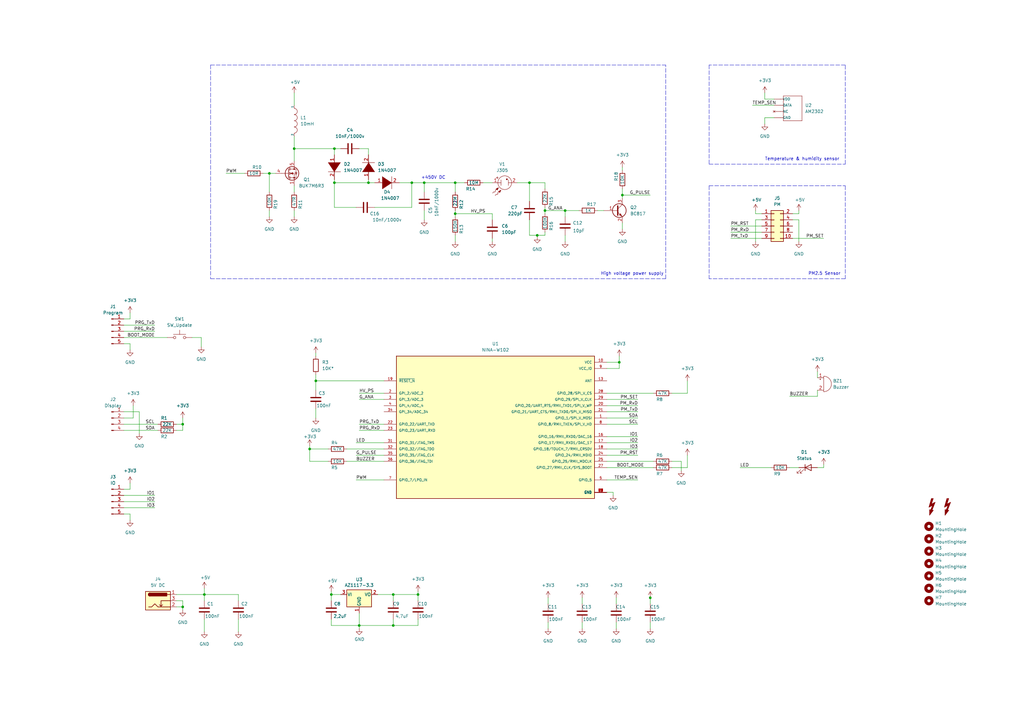
<source format=kicad_sch>
(kicad_sch (version 20211123) (generator eeschema)
  (paper "A3")
  (lib_symbols
    (symbol "AM:TEM-HUM-AM2302(4P-25.0X15.0MM)" (pin_numbers hide) (pin_names (offset 1.016))
      (property "Reference" "U" (at -3.81 5.08 0))
      (property "Value" "TEM-HUM-AM2302(4P-25.0X15.0MM)" (at -3.81 -6.35 0))
      (symbol "TEM-HUM-AM2302(4P-25.0X15.0MM)_0_0"
        (pin output line (at 7.62 3.81 180) (length 2.54) (name "VDD") (number "P$1"))
        (pin bidirectional line (at 7.62 1.27 180) (length 2.54) (name "DATA") (number "P$2"))
        (pin no_connect line (at 7.62 -1.27 180) (length 2.54) (name "NC") (number "P$3"))
        (pin output line (at 7.62 -3.81 180) (length 2.54) (name "GND") (number "P$4"))
      )
    )
    (symbol "Connector:Barrel_Jack_Switch" (pin_names hide)
      (property "Reference" "J" (at 0 5.334 0))
      (property "Value" "Barrel_Jack_Switch" (at 0 -5.08 0))
      (symbol "Barrel_Jack_Switch_1_1"
        (pin passive line (at 7.62 2.54 180) (length 2.54) (name "~") (number "1"))
        (pin passive line (at 7.62 -2.54 180) (length 2.54) (name "~") (number "2"))
        (pin passive line (at 7.62 0 180) (length 2.54) (name "~") (number "3"))
      )
    )
    (symbol "Connector:Conn_01x04_Male" (pin_names (offset 1.016) hide)
      (property "Reference" "J" (at 0 5.08 0))
      (property "Value" "Conn_01x04_Male" (at 0 -7.62 0))
      (symbol "Conn_01x04_Male_1_1"
        (pin passive line (at 5.08 2.54 180) (length 3.81) (name "Pin_1") (number "1"))
        (pin passive line (at 5.08 0 180) (length 3.81) (name "Pin_2") (number "2"))
        (pin passive line (at 5.08 -2.54 180) (length 3.81) (name "Pin_3") (number "3"))
        (pin passive line (at 5.08 -5.08 180) (length 3.81) (name "Pin_4") (number "4"))
      )
    )
    (symbol "Connector:Conn_01x05_Male" (pin_names (offset 1.016) hide)
      (property "Reference" "J" (at 0 7.62 0))
      (property "Value" "Conn_01x05_Male" (at 0 -7.62 0))
      (symbol "Conn_01x05_Male_1_1"
        (pin passive line (at 5.08 5.08 180) (length 3.81) (name "Pin_1") (number "1"))
        (pin passive line (at 5.08 2.54 180) (length 3.81) (name "Pin_2") (number "2"))
        (pin passive line (at 5.08 0 180) (length 3.81) (name "Pin_3") (number "3"))
        (pin passive line (at 5.08 -2.54 180) (length 3.81) (name "Pin_4") (number "4"))
        (pin passive line (at 5.08 -5.08 180) (length 3.81) (name "Pin_5") (number "5"))
      )
    )
    (symbol "Connector_Generic:Conn_02x05_Odd_Even" (pin_names (offset 1.016) hide)
      (property "Reference" "J" (at 1.27 7.62 0))
      (property "Value" "Conn_02x05_Odd_Even" (at 1.27 -7.62 0))
      (symbol "Conn_02x05_Odd_Even_1_1"
        (pin passive line (at -5.08 5.08 0) (length 3.81) (name "Pin_1") (number "1"))
        (pin passive line (at 7.62 -5.08 180) (length 3.81) (name "Pin_10") (number "10"))
        (pin passive line (at 7.62 5.08 180) (length 3.81) (name "Pin_2") (number "2"))
        (pin passive line (at -5.08 2.54 0) (length 3.81) (name "Pin_3") (number "3"))
        (pin passive line (at 7.62 2.54 180) (length 3.81) (name "Pin_4") (number "4"))
        (pin passive line (at -5.08 0 0) (length 3.81) (name "Pin_5") (number "5"))
        (pin passive line (at 7.62 0 180) (length 3.81) (name "Pin_6") (number "6"))
        (pin passive line (at -5.08 -2.54 0) (length 3.81) (name "Pin_7") (number "7"))
        (pin passive line (at 7.62 -2.54 180) (length 3.81) (name "Pin_8") (number "8"))
        (pin passive line (at -5.08 -5.08 0) (length 3.81) (name "Pin_9") (number "9"))
      )
    )
    (symbol "Device:Buzzer" (pin_names (offset 0.0254) hide)
      (property "Reference" "BZ" (at 3.81 1.27 0))
      (property "Value" "Buzzer" (at 3.81 -1.27 0))
      (symbol "Buzzer_1_1"
        (pin passive line (at -2.54 2.54 0) (length 2.54) (name "-") (number "1"))
        (pin passive line (at -2.54 -2.54 0) (length 2.54) (name "+") (number "2"))
      )
    )
    (symbol "Device:C" (pin_numbers hide) (pin_names (offset 0.254))
      (property "Reference" "C" (at 0.635 2.54 0))
      (property "Value" "C" (at 0.635 -2.54 0))
      (symbol "C_1_1"
        (pin passive line (at 0 3.81 270) (length 2.794) (name "~") (number "1"))
        (pin passive line (at 0 -3.81 90) (length 2.794) (name "~") (number "2"))
      )
    )
    (symbol "Device:LED" (pin_numbers hide) (pin_names (offset 1.016) hide)
      (property "Reference" "D" (at 0 2.54 0))
      (property "Value" "LED" (at 0 -2.54 0))
      (symbol "LED_1_1"
        (pin passive line (at -3.81 0 0) (length 2.54) (name "K") (number "1"))
        (pin passive line (at 3.81 0 180) (length 2.54) (name "A") (number "2"))
      )
    )
    (symbol "Device:R" (pin_numbers hide) (pin_names (offset 0))
      (property "Reference" "R" (at 2.032 0 90))
      (property "Value" "R" (at 0 0 90))
      (symbol "R_1_1"
        (pin passive line (at 0 3.81 270) (length 1.27) (name "~") (number "1"))
        (pin passive line (at 0 -3.81 90) (length 1.27) (name "~") (number "2"))
      )
    )
    (symbol "Graphic:SYM_Flash_Small" (pin_names (offset 1.016)))
    (symbol "Mechanical:MountingHole" (pin_names (offset 1.016))
      (property "Reference" "H" (at 0 5.08 0))
      (property "Value" "MountingHole" (at 0 3.175 0))
    )
    (symbol "NINA:NINA-W102" (pin_names (offset 1.016))
      (property "Reference" "U" (at -40.64 28.702 0))
      (property "Value" "NINA-W102" (at -40.64 -33.02 0))
      (symbol "NINA-W102_0_0"
        (pin bidirectional line (at 45.72 2.54 180) (length 5.08) (name "GPIO_1/SPI_V_MOSI") (number "1"))
        (pin power_in line (at 45.72 25.4 180) (length 5.08) (name "VCC") (number "10"))
        (pin power_in line (at 45.72 -27.94 180) (length 5.08) (name "GND") (number "12"))
        (pin bidirectional line (at 45.72 17.78 180) (length 5.08) (name "ANT") (number "13"))
        (pin power_in line (at 45.72 -27.94 180) (length 5.08) (name "GND") (number "14"))
        (pin bidirectional line (at 45.72 -5.08 180) (length 5.08) (name "GPIO_16/RMII_RXD0/DAC_16") (number "16"))
        (pin bidirectional line (at 45.72 -7.62 180) (length 5.08) (name "GPIO_17/RMII_RXD1/DAC_17") (number "17"))
        (pin bidirectional line (at 45.72 -10.16 180) (length 5.08) (name "GPIO_18/TOUCH_7/RMII_CRSDV") (number "18"))
        (pin input line (at -45.72 17.78 0) (length 5.08) (name "~{RESET_N}") (number "19"))
        (pin input line (at -45.72 12.7 0) (length 5.08) (name "GPI_2/ADC_2") (number "2"))
        (pin bidirectional line (at 45.72 7.62 180) (length 5.08) (name "GPIO_20/UART_RTS/RMII_TXD1/SPI_V_WP") (number "20"))
        (pin bidirectional line (at 45.72 5.08 180) (length 5.08) (name "GPIO_21/UART_CTS/RMII_TXD0/SPI_V_MISO") (number "21"))
        (pin bidirectional line (at -45.72 0 0) (length 5.08) (name "GPIO_22/UART_TXD") (number "22"))
        (pin bidirectional line (at -45.72 -2.54 0) (length 5.08) (name "GPIO_23/UART_RXD") (number "23"))
        (pin bidirectional line (at 45.72 -12.7 180) (length 5.08) (name "GPIO_24/RMII_MDIO") (number "24"))
        (pin bidirectional line (at 45.72 -15.24 180) (length 5.08) (name "GPIO_25/RMII_MDCLK") (number "25"))
        (pin power_in line (at 45.72 -27.94 180) (length 5.08) (name "GND") (number "26"))
        (pin bidirectional line (at 45.72 -17.78 180) (length 5.08) (name "GPIO_27/RMII_CLK/SYS_BOOT") (number "27"))
        (pin bidirectional line (at 45.72 12.7 180) (length 5.08) (name "GPIO_28/SPI_V_CS") (number "28"))
        (pin bidirectional line (at 45.72 10.16 180) (length 5.08) (name "GPIO_29/SPI_V_CLK") (number "29"))
        (pin input line (at -45.72 10.16 0) (length 5.08) (name "GPI_3/ADC_3") (number "3"))
        (pin power_in line (at 45.72 -27.94 180) (length 5.08) (name "GND") (number "30"))
        (pin bidirectional line (at -45.72 -7.62 0) (length 5.08) (name "GPIO_31/JTAG_TMS") (number "31"))
        (pin bidirectional line (at -45.72 -10.16 0) (length 5.08) (name "GPIO_32/JTAG_TDO") (number "32"))
        (pin input line (at -45.72 5.08 0) (length 5.08) (name "GPI_34/ADC_34") (number "34"))
        (pin bidirectional line (at -45.72 -12.7 0) (length 5.08) (name "GPIO_35/JTAG_CLK") (number "35"))
        (pin bidirectional line (at -45.72 -15.24 0) (length 5.08) (name "GPIO_36/JTAG_TDI") (number "36"))
        (pin power_in line (at 45.72 -27.94 180) (length 5.08) (name "GND") (number "37"))
        (pin power_in line (at 45.72 -27.94 180) (length 5.08) (name "GND") (number "38"))
        (pin power_in line (at 45.72 -27.94 180) (length 5.08) (name "GND") (number "39"))
        (pin input line (at -45.72 7.62 0) (length 5.08) (name "GPI_4/ADC_4") (number "4"))
        (pin power_in line (at 45.72 -27.94 180) (length 5.08) (name "GND") (number "40"))
        (pin power_in line (at 45.72 -27.94 180) (length 5.08) (name "GND") (number "41"))
        (pin power_in line (at 45.72 -27.94 180) (length 5.08) (name "GND") (number "42"))
        (pin power_in line (at 45.72 -27.94 180) (length 5.08) (name "GND") (number "43"))
        (pin power_in line (at 45.72 -27.94 180) (length 5.08) (name "GND") (number "44"))
        (pin power_in line (at 45.72 -27.94 180) (length 5.08) (name "GND") (number "45"))
        (pin power_in line (at 45.72 -27.94 180) (length 5.08) (name "GND") (number "46"))
        (pin power_in line (at 45.72 -27.94 180) (length 5.08) (name "GND") (number "47"))
        (pin power_in line (at 45.72 -27.94 180) (length 5.08) (name "GND") (number "48"))
        (pin bidirectional line (at 45.72 -22.86 180) (length 5.08) (name "GPIO_5") (number "5"))
        (pin power_in line (at 45.72 -27.94 180) (length 5.08) (name "GND") (number "6"))
        (pin bidirectional line (at -45.72 -22.86 0) (length 5.08) (name "GPIO_7/LPO_IN") (number "7"))
        (pin bidirectional line (at 45.72 0 180) (length 5.08) (name "GPIO_8/RMII_TXEN/SPI_V_HD") (number "8"))
        (pin power_in line (at 45.72 22.86 180) (length 5.08) (name "VCC_IO") (number "9"))
      )
    )
    (symbol "Regulator_Linear:AZ1117-3.3" (pin_names (offset 0.254))
      (property "Reference" "U" (at -3.81 3.175 0))
      (property "Value" "AZ1117-3.3" (at 0 3.175 0))
      (symbol "AZ1117-3.3_1_1"
        (pin power_in line (at 0 -7.62 90) (length 2.54) (name "GND") (number "1"))
        (pin power_out line (at 7.62 0 180) (length 2.54) (name "VO") (number "2"))
        (pin power_in line (at -7.62 0 0) (length 2.54) (name "VI") (number "3"))
      )
    )
    (symbol "Sensor:Nuclear-Radiation_Detector" (pin_names (offset 0) hide)
      (property "Reference" "V" (at 5.08 1.27 0))
      (property "Value" "Nuclear-Radiation_Detector" (at 5.08 -1.27 0))
      (symbol "Nuclear-Radiation_Detector_0_0"
        (text "+" (at 2.032 3.175 0) (effects (font (size 1.27 1.27))))
      )
      (symbol "Nuclear-Radiation_Detector_1_1"
        (pin passive line (at 0 5.08 270) (length 2.54) (name "1") (number "1"))
        (pin passive line (at 0 -5.08 90) (length 2.54) (name "2") (number "2"))
      )
    )
    (symbol "Switch:SW_Push" (pin_numbers hide) (pin_names (offset 1.016) hide)
      (property "Reference" "SW" (at 1.27 2.54 0))
      (property "Value" "SW_Push" (at 0 -1.524 0))
      (symbol "SW_Push_0_1"
        (pin passive line (at -5.08 0 0) (length 2.54) (name "1") (number "1"))
        (pin passive line (at 5.08 0 180) (length 2.54) (name "2") (number "2"))
      )
    )
    (symbol "Transistor_BJT:BC817" (pin_names (offset 0) hide)
      (property "Reference" "Q" (at 5.08 1.905 0))
      (property "Value" "BC817" (at 5.08 0 0))
      (symbol "BC817_1_1"
        (pin input line (at -5.08 0 0) (length 5.715) (name "B") (number "1"))
        (pin passive line (at 2.54 -5.08 90) (length 2.54) (name "E") (number "2"))
        (pin passive line (at 2.54 5.08 270) (length 2.54) (name "C") (number "3"))
      )
    )
    (symbol "Transistor_FET:BUK7M6R3-40EX" (pin_names hide)
      (property "Reference" "Q" (at 5.08 1.905 0))
      (property "Value" "BUK7M6R3-40EX" (at 5.08 0 0))
      (symbol "BUK7M6R3-40EX_1_1"
        (pin passive line (at 2.54 -5.08 90) (length 2.54) (name "S") (number "1"))
        (pin passive line (at 2.54 -5.08 90) (length 2.54) hide (name "S") (number "2"))
        (pin passive line (at 2.54 -5.08 90) (length 2.54) hide (name "S") (number "3"))
        (pin passive line (at -5.08 0 0) (length 2.54) (name "G") (number "4"))
        (pin passive line (at 2.54 5.08 270) (length 2.54) (name "D") (number "5"))
      )
    )
    (symbol "power:+3.3V" (power) (pin_names (offset 0))
      (property "Value" "+3.3V" (at 0 3.556 0))
      (symbol "+3.3V_1_1"
        (pin power_in line (at 0 0 90) (length 0) hide (name "+3V3") (number "1"))
      )
    )
    (symbol "power:+5V" (power) (pin_names (offset 0))
      (property "Value" "+5V" (at 0 3.556 0))
      (symbol "+5V_1_1"
        (pin power_in line (at 0 0 90) (length 0) hide (name "+5V") (number "1"))
      )
    )
    (symbol "power:GND" (power) (pin_names (offset 0))
      (property "Value" "GND" (at 0 -3.81 0))
      (symbol "GND_1_1"
        (pin power_in line (at 0 0 270) (length 0) hide (name "GND") (number "1"))
      )
    )
    (symbol "pspice:DIODE" (pin_names (offset 1.016) hide)
      (property "Reference" "D" (at 0 3.81 0))
      (property "Value" "DIODE" (at 0 -4.445 0))
      (symbol "DIODE_1_1"
        (pin input line (at -5.08 0 0) (length 3.81) (name "K") (number "1"))
        (pin input line (at 5.08 0 180) (length 3.81) (name "A") (number "2"))
      )
    )
    (symbol "pspice:INDUCTOR" (pin_numbers hide) (pin_names (offset 0))
      (property "Reference" "L" (at 0 2.54 0))
      (property "Value" "INDUCTOR" (at 0 -1.27 0))
      (symbol "INDUCTOR_1_1"
        (pin input line (at -6.35 0 0) (length 1.27) (name "1") (number "1"))
        (pin input line (at 6.35 0 180) (length 1.27) (name "2") (number "2"))
      )
    )
  )
  (junction (at 186.69 87.63))
  (junction (at 161.29 243.84))
  (junction (at 255.27 80.01))
  (junction (at 83.82 243.84))
  (junction (at 137.16 60.96))
  (junction (at 161.29 256.54))
  (junction (at 127 184.15))
  (junction (at 217.17 74.93))
  (junction (at 74.93 173.99))
  (junction (at 135.89 243.84))
  (junction (at 110.49 71.12))
  (junction (at 254 148.59))
  (junction (at 266.7 245.1741))
  (junction (at 129.54 156.21))
  (junction (at 137.16 74.93))
  (junction (at 186.69 74.93))
  (junction (at 147.32 256.54))
  (junction (at 231.775 86.36))
  (junction (at 220.345 96.52))
  (junction (at 168.91 74.93))
  (junction (at 173.99 74.93))
  (junction (at 151.13 74.93))
  (junction (at 74.93 248.92))
  (junction (at 171.45 243.84))
  (junction (at 223.52 86.36))
  (junction (at 120.65 60.96))
  (wire (pts (xy 173.99 74.93) (xy 186.69 74.93)))
  (wire (pts (xy 171.45 256.54) (xy 171.45 254)))
  (wire (pts (xy 223.52 74.93) (xy 223.52 77.47)))
  (wire (pts (xy 323.85 162.56) (xy 335.28 162.56)))
  (wire (pts (xy 129.54 144.78) (xy 129.54 146.05)))
  (wire (pts (xy 147.32 161.29) (xy 157.48 161.29)))
  (wire (pts (xy 72.39 248.92) (xy 74.93 248.92)))
  (wire (pts (xy 171.45 242.57) (xy 171.45 243.84)))
  (wire (pts (xy 255.27 80.01) (xy 255.27 81.28)))
  (wire (pts (xy 120.65 60.96) (xy 120.65 66.04)))
  (wire (pts (xy 146.05 186.69) (xy 157.48 186.69)))
  (wire (pts (xy 142.24 184.15) (xy 157.48 184.15)))
  (wire (pts (xy 245.11 86.36) (xy 247.65 86.36)))
  (wire (pts (xy 120.65 76.2) (xy 120.65 78.74)))
  (wire (pts (xy 190.5 74.93) (xy 186.69 74.93)))
  (wire (pts (xy 72.39 246.38) (xy 74.93 246.38)))
  (wire (pts (xy 154.94 243.84) (xy 161.29 243.84)))
  (wire (pts (xy 120.65 38.1) (xy 120.65 43.18)))
  (wire (pts (xy 72.39 173.99) (xy 74.93 173.99)))
  (wire (pts (xy 281.94 156.21) (xy 281.94 161.29)))
  (wire (pts (xy 50.8 173.99) (xy 64.77 173.99)))
  (wire (pts (xy 217.17 90.17) (xy 217.17 96.52)))
  (wire (pts (xy 173.99 86.36) (xy 173.99 90.17)))
  (wire (pts (xy 135.89 254) (xy 135.89 256.54)))
  (wire (pts (xy 82.55 138.43) (xy 82.55 142.24)))
  (wire (pts (xy 223.52 85.09) (xy 223.52 86.36)))
  (wire (pts (xy 147.32 176.53) (xy 157.48 176.53)))
  (wire (pts (xy 129.54 156.21) (xy 129.54 153.67)))
  (wire (pts (xy 299.72 92.71) (xy 312.42 92.71)))
  (wire (pts (xy 129.54 156.21) (xy 129.54 160.02)))
  (wire (pts (xy 335.28 160.02) (xy 335.28 162.56)))
  (wire (pts (xy 139.7 243.84) (xy 135.89 243.84)))
  (wire (pts (xy 120.65 60.96) (xy 137.16 60.96)))
  (wire (pts (xy 171.45 243.84) (xy 171.45 246.38)))
  (wire (pts (xy 281.94 186.69) (xy 281.94 191.77)))
  (wire (pts (xy 151.13 74.93) (xy 151.13 73.66)))
  (wire (pts (xy 134.62 184.15) (xy 127 184.15)))
  (wire (pts (xy 50.8 203.2) (xy 63.5 203.2)))
  (wire (pts (xy 129.54 167.64) (xy 129.54 171.45)))
  (wire (pts (xy 248.92 151.13) (xy 254 151.13)))
  (wire (pts (xy 161.29 243.84) (xy 171.45 243.84)))
  (wire (pts (xy 275.59 189.23) (xy 279.4 189.23)))
  (wire (pts (xy 137.16 74.93) (xy 137.16 85.09)))
  (wire (pts (xy 266.7 245.11) (xy 266.7 245.1741)))
  (wire (pts (xy 231.775 96.52) (xy 231.775 99.06)))
  (wire (pts (xy 224.79 245.11) (xy 224.79 247.65)))
  (wire (pts (xy 248.92 168.91) (xy 261.62 168.91)))
  (wire (pts (xy 147.32 173.99) (xy 157.48 173.99)))
  (wire (pts (xy 161.29 243.84) (xy 161.29 246.38)))
  (wire (pts (xy 83.82 243.84) (xy 83.82 246.38)))
  (wire (pts (xy 231.775 86.36) (xy 237.49 86.36)))
  (polyline (pts (xy 346.71 26.67) (xy 290.83 26.67)))
  (wire (pts (xy 224.79 255.27) (xy 224.79 257.81)))
  (wire (pts (xy 147.32 256.54) (xy 147.32 251.46)))
  (wire (pts (xy 309.88 90.17) (xy 309.88 99.06)))
  (wire (pts (xy 335.28 191.77) (xy 337.82 191.77)))
  (wire (pts (xy 83.82 241.3) (xy 83.82 243.84)))
  (wire (pts (xy 231.775 86.36) (xy 231.775 88.9)))
  (wire (pts (xy 325.12 90.17) (xy 327.66 90.17)))
  (wire (pts (xy 248.92 184.15) (xy 261.62 184.15)))
  (wire (pts (xy 50.8 176.53) (xy 64.77 176.53)))
  (wire (pts (xy 97.79 254) (xy 97.79 259.08)))
  (wire (pts (xy 161.29 256.54) (xy 171.45 256.54)))
  (wire (pts (xy 151.13 74.93) (xy 153.67 74.93)))
  (wire (pts (xy 186.69 96.52) (xy 186.69 99.06)))
  (wire (pts (xy 238.76 245.11) (xy 238.76 247.65)))
  (wire (pts (xy 223.52 86.36) (xy 223.52 87.63)))
  (wire (pts (xy 248.92 148.59) (xy 254 148.59)))
  (wire (pts (xy 252.73 255.27) (xy 252.73 257.81)))
  (wire (pts (xy 313.69 38.1) (xy 313.69 40.64)))
  (wire (pts (xy 220.345 96.52) (xy 223.52 96.52)))
  (polyline (pts (xy 290.83 76.2) (xy 346.71 76.2)))
  (polyline (pts (xy 346.71 114.3) (xy 290.83 114.3)))
  (wire (pts (xy 255.27 68.58) (xy 255.27 69.85)))
  (wire (pts (xy 220.345 96.52) (xy 220.345 97.155)))
  (wire (pts (xy 337.82 191.77) (xy 337.82 190.5)))
  (wire (pts (xy 50.8 168.91) (xy 57.15 168.91)))
  (wire (pts (xy 50.8 200.66) (xy 53.34 200.66)))
  (wire (pts (xy 74.93 246.38) (xy 74.93 248.92)))
  (wire (pts (xy 50.8 130.81) (xy 53.34 130.81)))
  (wire (pts (xy 74.93 173.99) (xy 74.93 176.53)))
  (wire (pts (xy 151.13 60.96) (xy 151.13 63.5)))
  (wire (pts (xy 135.89 243.84) (xy 135.89 246.38)))
  (wire (pts (xy 275.59 191.77) (xy 281.94 191.77)))
  (wire (pts (xy 146.05 181.61) (xy 157.48 181.61)))
  (wire (pts (xy 74.93 171.45) (xy 74.93 173.99)))
  (wire (pts (xy 248.92 163.83) (xy 261.62 163.83)))
  (wire (pts (xy 217.17 74.93) (xy 223.52 74.93)))
  (wire (pts (xy 74.93 248.92) (xy 74.93 250.19)))
  (wire (pts (xy 313.69 48.26) (xy 313.69 50.8)))
  (wire (pts (xy 53.34 210.82) (xy 53.34 213.36)))
  (wire (pts (xy 248.92 189.23) (xy 267.97 189.23)))
  (wire (pts (xy 110.49 71.12) (xy 110.49 78.74)))
  (wire (pts (xy 186.69 74.93) (xy 186.69 78.74)))
  (wire (pts (xy 50.8 140.97) (xy 53.34 140.97)))
  (wire (pts (xy 50.8 135.89) (xy 63.5 135.89)))
  (wire (pts (xy 134.62 189.23) (xy 127 189.23)))
  (wire (pts (xy 266.7 255.27) (xy 266.7 257.81)))
  (wire (pts (xy 147.32 60.96) (xy 151.13 60.96)))
  (wire (pts (xy 50.8 210.82) (xy 53.34 210.82)))
  (wire (pts (xy 127 184.15) (xy 127 182.88)))
  (wire (pts (xy 248.92 161.29) (xy 267.97 161.29)))
  (wire (pts (xy 53.34 128.27) (xy 53.34 130.81)))
  (wire (pts (xy 323.85 191.77) (xy 327.66 191.77)))
  (wire (pts (xy 335.28 152.4) (xy 335.28 154.94)))
  (wire (pts (xy 325.12 87.63) (xy 327.66 87.63)))
  (wire (pts (xy 317.5 48.26) (xy 313.69 48.26)))
  (wire (pts (xy 313.69 40.64) (xy 317.5 40.64)))
  (wire (pts (xy 251.46 201.93) (xy 251.46 203.2)))
  (wire (pts (xy 53.34 198.12) (xy 53.34 200.66)))
  (wire (pts (xy 147.32 256.54) (xy 147.32 257.81)))
  (wire (pts (xy 147.32 256.54) (xy 161.29 256.54)))
  (wire (pts (xy 72.39 243.84) (xy 83.82 243.84)))
  (wire (pts (xy 127 184.15) (xy 127 189.23)))
  (polyline (pts (xy 346.71 76.2) (xy 346.71 114.3)))
  (wire (pts (xy 266.7 245.1741) (xy 266.7 247.65)))
  (wire (pts (xy 248.92 166.37) (xy 261.62 166.37)))
  (wire (pts (xy 97.79 243.84) (xy 97.79 246.38)))
  (wire (pts (xy 312.42 90.17) (xy 309.88 90.17)))
  (wire (pts (xy 168.91 74.93) (xy 168.91 85.09)))
  (wire (pts (xy 255.27 77.47) (xy 255.27 80.01)))
  (wire (pts (xy 147.32 163.83) (xy 157.48 163.83)))
  (polyline (pts (xy 86.36 114.3) (xy 273.05 114.3)))
  (wire (pts (xy 248.92 191.77) (xy 267.97 191.77)))
  (wire (pts (xy 83.82 254) (xy 83.82 259.08)))
  (wire (pts (xy 201.93 97.79) (xy 201.93 99.06)))
  (polyline (pts (xy 290.83 67.31) (xy 346.71 67.31)))
  (wire (pts (xy 186.69 87.63) (xy 186.69 88.9)))
  (wire (pts (xy 153.67 85.09) (xy 168.91 85.09)))
  (wire (pts (xy 212.09 74.93) (xy 217.17 74.93)))
  (wire (pts (xy 327.66 87.63) (xy 327.66 86.36)))
  (polyline (pts (xy 290.83 76.2) (xy 290.83 114.3)))
  (wire (pts (xy 248.92 171.45) (xy 261.62 171.45)))
  (wire (pts (xy 254 151.13) (xy 254 148.59)))
  (wire (pts (xy 83.82 243.84) (xy 97.79 243.84)))
  (wire (pts (xy 201.93 87.63) (xy 201.93 90.17)))
  (wire (pts (xy 223.52 86.36) (xy 231.775 86.36)))
  (wire (pts (xy 238.76 255.27) (xy 238.76 257.81)))
  (polyline (pts (xy 290.83 26.67) (xy 290.83 67.31)))
  (wire (pts (xy 173.99 78.74) (xy 173.99 74.93)))
  (wire (pts (xy 327.66 90.17) (xy 327.66 99.06)))
  (wire (pts (xy 137.16 73.66) (xy 137.16 74.93)))
  (wire (pts (xy 137.16 74.93) (xy 151.13 74.93)))
  (wire (pts (xy 50.8 208.28) (xy 63.5 208.28)))
  (wire (pts (xy 255.27 80.01) (xy 266.7 80.01)))
  (wire (pts (xy 248.92 186.69) (xy 261.62 186.69)))
  (wire (pts (xy 248.92 181.61) (xy 261.62 181.61)))
  (wire (pts (xy 309.88 87.63) (xy 312.42 87.63)))
  (wire (pts (xy 186.69 87.63) (xy 201.93 87.63)))
  (wire (pts (xy 223.52 96.52) (xy 223.52 95.25)))
  (wire (pts (xy 54.61 171.45) (xy 54.61 166.37)))
  (polyline (pts (xy 273.05 114.3) (xy 273.05 26.67)))
  (wire (pts (xy 50.8 133.35) (xy 63.5 133.35)))
  (wire (pts (xy 53.34 140.97) (xy 53.34 143.51)))
  (wire (pts (xy 92.71 71.12) (xy 100.33 71.12)))
  (wire (pts (xy 120.65 55.88) (xy 120.65 60.96)))
  (wire (pts (xy 110.49 71.12) (xy 113.03 71.12)))
  (wire (pts (xy 248.92 173.99) (xy 261.62 173.99)))
  (wire (pts (xy 275.59 161.29) (xy 281.94 161.29)))
  (wire (pts (xy 303.53 191.77) (xy 316.23 191.77)))
  (wire (pts (xy 254 148.59) (xy 254 146.05)))
  (polyline (pts (xy 86.36 26.67) (xy 273.05 26.67)))
  (wire (pts (xy 217.17 96.52) (xy 220.345 96.52)))
  (wire (pts (xy 252.73 245.11) (xy 252.73 247.65)))
  (wire (pts (xy 299.72 95.25) (xy 312.42 95.25)))
  (wire (pts (xy 198.12 74.93) (xy 201.93 74.93)))
  (wire (pts (xy 137.16 60.96) (xy 139.7 60.96)))
  (wire (pts (xy 146.05 196.85) (xy 157.48 196.85)))
  (wire (pts (xy 255.27 91.44) (xy 255.27 93.98)))
  (wire (pts (xy 308.61 43.18) (xy 317.5 43.18)))
  (wire (pts (xy 161.29 254) (xy 161.29 256.54)))
  (wire (pts (xy 50.8 138.43) (xy 68.58 138.43)))
  (wire (pts (xy 217.17 74.93) (xy 217.17 82.55)))
  (wire (pts (xy 309.88 86.36) (xy 309.88 87.63)))
  (wire (pts (xy 325.12 97.79) (xy 337.82 97.79)))
  (wire (pts (xy 248.92 196.85) (xy 261.62 196.85)))
  (wire (pts (xy 110.49 86.36) (xy 110.49 88.9)))
  (wire (pts (xy 135.89 256.54) (xy 147.32 256.54)))
  (wire (pts (xy 137.16 60.96) (xy 137.16 63.5)))
  (polyline (pts (xy 346.71 67.31) (xy 346.71 26.67)))
  (wire (pts (xy 248.92 201.93) (xy 251.46 201.93)))
  (wire (pts (xy 120.65 86.36) (xy 120.65 88.9)))
  (wire (pts (xy 50.8 205.74) (xy 63.5 205.74)))
  (wire (pts (xy 57.15 168.91) (xy 57.15 177.8)))
  (wire (pts (xy 163.83 74.93) (xy 168.91 74.93)))
  (wire (pts (xy 248.92 179.07) (xy 261.62 179.07)))
  (wire (pts (xy 157.48 156.21) (xy 129.54 156.21)))
  (polyline (pts (xy 86.36 26.67) (xy 86.36 114.3)))
  (wire (pts (xy 137.16 85.09) (xy 146.05 85.09)))
  (wire (pts (xy 186.69 86.36) (xy 186.69 87.63)))
  (wire (pts (xy 299.72 97.79) (xy 312.42 97.79)))
  (wire (pts (xy 279.4 189.23) (xy 279.4 193.04)))
  (wire (pts (xy 78.74 138.43) (xy 82.55 138.43)))
  (wire (pts (xy 168.91 74.93) (xy 173.99 74.93)))
  (wire (pts (xy 74.93 176.53) (xy 72.39 176.53)))
  (wire (pts (xy 50.8 171.45) (xy 54.61 171.45)))
  (wire (pts (xy 107.95 71.12) (xy 110.49 71.12)))
  (wire (pts (xy 142.24 189.23) (xy 157.48 189.23)))
  (wire (pts (xy 135.89 242.57) (xy 135.89 243.84)))
  (text "PM2.5 Sensor" (at 331.47 113.03 0) (effects (font (size 1.27 1.27)) (justify left bottom)))
  (text "+450V DC" (at 172.72 73.66 0) (effects (font (size 1.27 1.27)) (justify left bottom)))
  (text "High voltage power supply" (at 246.38 113.03 0) (effects (font (size 1.27 1.27)) (justify left bottom)))
  (text "Temperature & humidity sensor" (at 313.69 66.04 0) (effects (font (size 1.27 1.27)) (justify left bottom)))
  (label "TEMP_SEN" (at 308.61 43.18 0))
  (label "SCL" (at 59.69 173.99 0))
  (label "LED" (at 146.05 181.61 0))
  (label "PM_RxD" (at 261.62 166.37 180))
  (label "PRG_RxD" (at 63.5 135.89 180))
  (label "PM_RST" (at 261.62 186.69 180))
  (label "BOOT_MODE" (at 264.16 191.77 180))
  (label "G_PULSE" (at 146.05 186.69 0))
  (label "BUZZER" (at 323.85 162.56 0))
  (label "IO3" (at 261.62 184.15 180))
  (label "IO2" (at 261.62 181.61 180))
  (label "LED" (at 303.53 191.77 0))
  (label "SDA" (at 261.62 171.45 180))
  (label "PWM" (at 92.71 71.12 0))
  (label "PM_RxD" (at 299.72 95.25 0))
  (label "PRG_TxD" (at 63.5 133.35 180))
  (label "SDA" (at 59.69 176.53 0))
  (label "PM_SET" (at 261.62 163.83 180))
  (label "G_ANA" (at 147.32 163.83 0))
  (label "TEMP_SEN" (at 261.62 196.85 180))
  (label "PRG_TxD" (at 147.32 173.99 0))
  (label "IO1" (at 63.5 203.2 180))
  (label "IO3" (at 63.5 208.28 180))
  (label "PWM" (at 146.05 196.85 0))
  (label "IO2" (at 63.5 205.74 180))
  (label "PM_TxD" (at 261.62 168.91 180))
  (label "HV_PS" (at 147.32 161.29 0))
  (label "SCL" (at 261.62 173.99 180))
  (label "BUZZER" (at 146.05 189.23 0))
  (label "HV_PS" (at 193.04 87.63 0))
  (label "BOOT_MODE" (at 63.5 138.43 180))
  (label "IO1" (at 261.62 179.07 180))
  (label "PM_SET" (at 337.82 97.79 180))
  (label "PRG_RxD" (at 147.32 176.53 0))
  (label "PM_RST" (at 299.72 92.71 0))
  (label "PM_TxD" (at 299.72 97.79 0))
  (label "G_PULSE" (at 266.7 80.01 180))
  (label "G_ANA" (at 224.79 86.36 0))
  (symbol (lib_id "power:+3.3V") (at 337.82 190.5 0) (unit 1)
    (property "Reference" "#PWR0119" (effects hide))
    (property "Value" "+3.3V" (at 337.82 185.42 0))
  )
  (symbol (lib_id "power:+5V") (at 309.88 86.36 0) (unit 1)
    (property "Reference" "#PWR0137" (effects hide))
    (property "Value" "+5V" (at 310.261 81.9658 0))
  )
  (symbol (lib_id "Device:R") (at 223.52 91.44 180) (unit 1)
    (property "Reference" "R16" (at 226.06 92.71 90))
    (property "Value" "100K" (at 223.52 91.44 90))
    (property "Footprint" "Resistor_SMD:R_0603_1608Metric_Pad0.98x0.95mm_HandSolder" (effects hide))
  )
  (symbol (lib_id "power:GND") (at 53.34 213.36 0) (unit 1)
    (property "Reference" "#PWR0128" (effects hide))
    (property "Value" "GND" (at 53.34 218.44 0))
  )
  (symbol (lib_id "Device:R") (at 110.49 82.55 180) (unit 1)
    (property "Reference" "R19" (at 113.03 83.82 90))
    (property "Value" "10K" (at 110.49 82.55 90))
    (property "Footprint" "Resistor_SMD:R_0603_1608Metric_Pad0.98x0.95mm_HandSolder" (effects hide))
  )
  (symbol (lib_id "Device:R") (at 320.04 191.77 90) (unit 1)
    (property "Reference" "R9" (at 318.77 194.31 90))
    (property "Value" "10K" (at 320.04 191.77 90))
    (property "Footprint" "Resistor_SMD:R_0603_1608Metric_Pad0.98x0.95mm_HandSolder" (effects hide))
  )
  (symbol (lib_id "Device:C") (at 252.73 251.46 180) (unit 1)
    (property "Reference" "C14" (at 256.54 248.92 0) (effects (justify left)))
    (property "Value" "100nF" (at 259.08 254 0) (effects (justify left)))
    (property "Footprint" "Capacitor_SMD:C_0603_1608Metric" (effects hide))
  )
  (symbol (lib_id "Mechanical:MountingHole") (at 381 236.22 0) (unit 1)
    (property "Reference" "H5" (at 383.54 234.9499 0) (effects (justify left)))
    (property "Value" "MountingHole" (at 383.54 237.4899 0) (effects (justify left)))
    (property "Footprint" "MountingHole:MountingHole_2.5mm" (effects hide))
  )
  (symbol (lib_id "power:+3.3V") (at 252.73 245.11 0) (unit 1)
    (property "Reference" "#PWR0127" (effects hide))
    (property "Value" "+3.3V" (at 252.73 240.03 0))
  )
  (symbol (lib_id "Device:C") (at 217.17 86.36 180) (unit 1)
    (property "Reference" "C7" (at 209.55 85.09 0) (effects (justify right)))
    (property "Value" "220pF" (at 208.28 87.63 0) (effects (justify right)))
    (property "Footprint" "Capacitor_THT:C_Disc_D9.0mm_W2.5mm_P5.00mm" (effects hide))
  )
  (symbol (lib_id "power:GND") (at 74.93 250.19 0) (unit 1)
    (property "Reference" "#PWR0111" (effects hide))
    (property "Value" "GND" (at 74.93 255.27 0))
  )
  (symbol (lib_id "Device:C") (at 161.29 250.19 180) (unit 1)
    (property "Reference" "C9" (at 163.83 247.65 0) (effects (justify left)))
    (property "Value" "4,7uF" (at 167.64 252.73 0) (effects (justify left)))
    (property "Footprint" "Capacitor_SMD:C_0805_2012Metric_Pad1.18x1.45mm_HandSolder" (effects hide))
  )
  (symbol (lib_id "power:+3.3V") (at 224.79 245.11 0) (unit 1)
    (property "Reference" "#PWR0124" (effects hide))
    (property "Value" "+3.3V" (at 224.79 240.03 0))
  )
  (symbol (lib_id "power:GND") (at 82.55 142.24 0) (unit 1)
    (property "Reference" "#PWR0106" (effects hide))
    (property "Value" "GND" (at 82.55 147.32 0))
  )
  (symbol (lib_id "Device:C") (at 149.86 85.09 90) (unit 1)
    (property "Reference" "C16" (at 153.67 87.63 90))
    (property "Value" "10nF/1000v" (at 158.75 90.17 90))
    (property "Footprint" "Capacitor_THT:C_Disc_D7.5mm_W2.5mm_P5.00mm" (effects hide))
  )
  (symbol (lib_id "pspice:DIODE") (at 158.75 74.93 0) (unit 1)
    (property "Reference" "D4" (at 158.75 78.74 0))
    (property "Value" "1N4007" (at 160.02 81.28 0))
    (property "Footprint" "Diode_THT:D_5W_P10.16mm_Horizontal" (effects hide))
  )
  (symbol (lib_id "Device:R") (at 186.69 92.71 180) (unit 1)
    (property "Reference" "R13" (at 189.23 93.98 90))
    (property "Value" "150K" (at 186.69 92.71 90))
    (property "Footprint" "Resistor_SMD:R_0603_1608Metric_Pad0.98x0.95mm_HandSolder" (effects hide))
  )
  (symbol (lib_id "Regulator_Linear:AZ1117-3.3") (at 147.32 243.84 0) (unit 1)
    (property "Reference" "U3" (at 147.32 237.6932 0))
    (property "Value" "AZ1117-3.3" (at 147.32 240.0046 0))
    (property "Footprint" "Package_TO_SOT_SMD:SOT-223-3_TabPin2" (effects hide))
    (property "Datasheet" "https://www.diodes.com/assets/Datasheets/AZ1117.pdf" (effects hide))
  )
  (symbol (lib_id "power:GND") (at 186.69 99.06 0) (unit 1)
    (property "Reference" "#PWR0144" (effects hide))
    (property "Value" "GND" (at 186.69 104.14 0))
  )
  (symbol (lib_id "power:GND") (at 327.66 99.06 0) (unit 1)
    (property "Reference" "#PWR0139" (effects hide))
    (property "Value" "GND" (at 327.66 104.14 0))
  )
  (symbol (lib_id "power:+3.3V") (at 255.27 68.58 0) (unit 1)
    (property "Reference" "#PWR0148" (effects hide))
    (property "Value" "+3.3V" (at 255.27 63.5 0))
  )
  (symbol (lib_id "NINA:NINA-W102") (at 203.2 173.99 0) (unit 1)
    (property "Reference" "U1" (at 203.2 140.97 0))
    (property "Value" "NINA-W102" (at 203.2 143.51 0))
    (property "Footprint" "nina:XCVR_NINA-W102" (effects hide))
    (property "MANUFACTURER" "Ublox" (effects hide))
    (property "PARTREV" "R05" (effects hide))
    (property "MAXIMUM_PACKAGE_HEIGHT" "3.8mm" (effects hide))
    (property "STANDARD" "Manufacturer Recommendations" (effects hide))
  )
  (symbol (lib_id "Device:R") (at 104.14 71.12 270) (unit 1)
    (property "Reference" "R10" (at 105.41 68.58 90))
    (property "Value" "10R" (at 104.14 71.12 90))
    (property "Footprint" "Resistor_SMD:R_0603_1608Metric_Pad0.98x0.95mm_HandSolder" (effects hide))
  )
  (symbol (lib_id "Device:R") (at 120.65 82.55 180) (unit 1)
    (property "Reference" "R11" (at 123.19 83.82 90))
    (property "Value" "47R" (at 120.65 82.55 90))
    (property "Footprint" "Resistor_SMD:R_0603_1608Metric_Pad0.98x0.95mm_HandSolder" (effects hide))
  )
  (symbol (lib_id "Device:R") (at 129.54 149.86 0) (unit 1)
    (property "Reference" "R3" (at 132.08 148.5899 0) (effects (justify left)))
    (property "Value" "10K*" (at 132.08 151.1299 0) (effects (justify left)))
    (property "Footprint" "Resistor_SMD:R_0603_1608Metric_Pad0.98x0.95mm_HandSolder" (effects hide))
  )
  (symbol (lib_id "Transistor_BJT:BC817") (at 252.73 86.36 0) (unit 1)
    (property "Reference" "Q2" (at 258.445 85.0899 0) (effects (justify left)))
    (property "Value" "BC817" (at 258.445 87.6299 0) (effects (justify left)))
    (property "Footprint" "Package_TO_SOT_SMD:SOT-23" (effects hide))
    (property "Datasheet" "https://www.onsemi.com/pub/Collateral/BC818-D.pdf" (effects hide))
  )
  (symbol (lib_id "Mechanical:MountingHole") (at 381 215.9 0) (unit 1)
    (property "Reference" "H1" (at 383.54 214.6299 0) (effects (justify left)))
    (property "Value" "MountingHole" (at 383.54 217.1699 0) (effects (justify left)))
    (property "Footprint" "MountingHole:MountingHole_2.5mm" (effects hide))
  )
  (symbol (lib_id "power:+3.3V") (at 129.54 144.78 0) (unit 1)
    (property "Reference" "#PWR0114" (effects hide))
    (property "Value" "+3.3V" (at 129.54 139.7 0))
  )
  (symbol (lib_id "Transistor_FET:BUK7M6R3-40EX") (at 118.11 71.12 0) (unit 1)
    (property "Reference" "Q1" (at 124.46 73.66 0) (effects (justify left)))
    (property "Value" "BUK7M6R3" (at 122.555 76.2 0) (effects (justify left)))
    (property "Footprint" "Package_TO_SOT_SMD:LFPAK33" (effects hide))
    (property "Datasheet" "https://assets.nexperia.com/documents/data-sheet/BUK7M6R3-40E.pdf" (effects hide))
  )
  (symbol (lib_id "power:GND") (at 173.99 90.17 0) (unit 1)
    (property "Reference" "#PWR0143" (effects hide))
    (property "Value" "GND" (at 173.99 95.25 0))
  )
  (symbol (lib_id "Device:R") (at 271.78 161.29 90) (unit 1)
    (property "Reference" "R8" (at 270.51 163.83 90))
    (property "Value" "47K" (at 271.78 161.29 90))
    (property "Footprint" "Resistor_SMD:R_0603_1608Metric_Pad0.98x0.95mm_HandSolder" (effects hide))
  )
  (symbol (lib_id "Mechanical:MountingHole") (at 381 231.14 0) (unit 1)
    (property "Reference" "H4" (at 383.54 229.8699 0) (effects (justify left)))
    (property "Value" "MountingHole" (at 383.54 232.4099 0) (effects (justify left)))
    (property "Footprint" "MountingHole:MountingHole_2.5mm" (effects hide))
  )
  (symbol (lib_id "Device:C") (at 97.79 250.19 180) (unit 1)
    (property "Reference" "C2" (at 101.6 247.65 0) (effects (justify left)))
    (property "Value" "100nF" (at 104.14 252.73 0) (effects (justify left)))
    (property "Footprint" "Capacitor_SMD:C_0603_1608Metric" (effects hide))
  )
  (symbol (lib_id "power:+3.3V") (at 335.28 152.4 0) (unit 1)
    (property "Reference" "#PWR0118" (effects hide))
    (property "Value" "+3.3V" (at 335.28 147.32 0))
  )
  (symbol (lib_id "power:GND") (at 97.79 259.08 0) (unit 1)
    (property "Reference" "#PWR0133" (effects hide))
    (property "Value" "GND" (at 97.79 264.16 0))
  )
  (symbol (lib_id "Device:R") (at 271.78 191.77 90) (unit 1)
    (property "Reference" "R7" (at 270.51 194.31 90))
    (property "Value" "47K" (at 271.78 191.77 90))
    (property "Footprint" "Resistor_SMD:R_0603_1608Metric_Pad0.98x0.95mm_HandSolder" (effects hide))
  )
  (symbol (lib_id "power:GND") (at 129.54 171.45 0) (unit 1)
    (property "Reference" "#PWR0113" (effects hide))
    (property "Value" "GND" (at 129.54 176.53 0))
  )
  (symbol (lib_id "power:+5V") (at 120.65 38.1 0) (unit 1)
    (property "Reference" "#PWR0147" (effects hide))
    (property "Value" "+5V" (at 121.031 33.7058 0))
  )
  (symbol (lib_id "Device:R") (at 255.27 73.66 0) (unit 1)
    (property "Reference" "R18" (at 252.73 72.39 90))
    (property "Value" "10K" (at 255.27 73.66 90))
    (property "Footprint" "Resistor_SMD:R_0603_1608Metric_Pad0.98x0.95mm_HandSolder" (effects hide))
  )
  (symbol (lib_id "Graphic:SYM_Flash_Small") (at 388.62 208.28 0) (unit 1)
    (property "Reference" "S2" (effects hide))
    (property "Value" "SYM_Flash_Small" (effects hide))
    (property "Footprint" "Symbol:Symbol_HighVoltage_Type2_CopperTop_VerySmall" (effects hide))
  )
  (symbol (lib_id "Device:C") (at 143.51 60.96 90) (unit 1)
    (property "Reference" "C4" (at 143.51 53.34 90))
    (property "Value" "10nF/1000v" (at 143.51 55.88 90))
    (property "Footprint" "Capacitor_THT:C_Disc_D7.5mm_W2.5mm_P5.00mm" (effects hide))
  )
  (symbol (lib_id "power:+5V") (at 327.66 86.36 0) (unit 1)
    (property "Reference" "#PWR0136" (effects hide))
    (property "Value" "+5V" (at 328.041 81.9658 0))
  )
  (symbol (lib_id "power:+3.3V") (at 254 146.05 0) (unit 1)
    (property "Reference" "#PWR0103" (effects hide))
    (property "Value" "+3.3V" (at 254 140.97 0))
  )
  (symbol (lib_id "Connector:Conn_01x04_Male") (at 45.72 171.45 0) (unit 1)
    (property "Reference" "J2" (at 46.355 163.83 0))
    (property "Value" "Display" (at 46.355 166.37 0))
    (property "Footprint" "Connector_PinHeader_2.54mm:PinHeader_1x04_P2.54mm_Vertical" (effects hide))
  )
  (symbol (lib_id "Device:C") (at 238.76 251.46 180) (unit 1)
    (property "Reference" "C13" (at 242.57 248.92 0) (effects (justify left)))
    (property "Value" "100nF" (at 245.11 254 0) (effects (justify left)))
    (property "Footprint" "Capacitor_SMD:C_0603_1608Metric" (effects hide))
  )
  (symbol (lib_id "power:GND") (at 147.32 257.81 0) (unit 1)
    (property "Reference" "#PWR0134" (effects hide))
    (property "Value" "GND" (at 147.447 262.2042 0))
  )
  (symbol (lib_id "Connector_Generic:Conn_02x05_Odd_Even") (at 317.5 92.71 0) (unit 1)
    (property "Reference" "J5" (at 318.77 81.28 0))
    (property "Value" "PM" (at 318.77 83.82 0))
    (property "Footprint" "Connector_PinSocket_1.27mm:PinSocket_2x05_P1.27mm_Vertical" (effects hide))
  )
  (symbol (lib_id "Switch:SW_Push") (at 73.66 138.43 0) (unit 1)
    (property "Reference" "SW1" (at 73.66 130.81 0))
    (property "Value" "SW_Update" (at 73.66 133.35 0))
    (property "Footprint" "Button_Switch_THT:SW_PUSH_6mm_H4.3mm" (effects hide))
  )
  (symbol (lib_id "Device:C") (at 173.99 82.55 180) (unit 1)
    (property "Reference" "C5" (at 176.53 87.63 90) (effects (justify right)))
    (property "Value" "10nF/1000v" (at 179.07 88.9 90) (effects (justify right)))
    (property "Footprint" "Capacitor_THT:C_Disc_D7.5mm_W2.5mm_P5.00mm" (effects hide))
  )
  (symbol (lib_id "power:GND") (at 201.93 99.06 0) (unit 1)
    (property "Reference" "#PWR0142" (effects hide))
    (property "Value" "GND" (at 201.93 104.14 0))
  )
  (symbol (lib_id "power:+5V") (at 135.89 242.57 0) (unit 1)
    (property "Reference" "#PWR0131" (effects hide))
    (property "Value" "+5V" (at 136.271 238.1758 0))
  )
  (symbol (lib_id "power:+3.3V") (at 171.45 242.57 0) (unit 1)
    (property "Reference" "#PWR0135" (effects hide))
    (property "Value" "+3.3V" (at 171.45 237.49 0))
  )
  (symbol (lib_id "power:GND") (at 231.775 99.06 0) (unit 1)
    (property "Reference" "#PWR0140" (effects hide))
    (property "Value" "GND" (at 231.775 104.14 0))
  )
  (symbol (lib_id "Device:Buzzer") (at 337.82 157.48 0) (unit 1)
    (property "Reference" "BZ1" (at 341.63 156.2099 0) (effects (justify left)))
    (property "Value" "Buzzer" (at 341.63 158.7499 0) (effects (justify left)))
    (property "Footprint" "Buzzer_Beeper:Buzzer_12x9.5RM7.6" (effects hide))
  )
  (symbol (lib_id "power:+3.3V") (at 238.76 245.11 0) (unit 1)
    (property "Reference" "#PWR0125" (effects hide))
    (property "Value" "+3.3V" (at 238.76 240.03 0))
  )
  (symbol (lib_id "Device:LED") (at 331.47 191.77 0) (unit 1)
    (property "Reference" "D1" (at 329.8825 185.42 0))
    (property "Value" "Status" (at 329.8825 187.96 0))
    (property "Footprint" "LED_SMD:LED_0603_1608Metric_Pad1.05x0.95mm_HandSolder" (effects hide))
  )
  (symbol (lib_id "Device:R") (at 138.43 189.23 90) (unit 1)
    (property "Reference" "R5" (at 137.16 191.77 90))
    (property "Value" "10K" (at 138.43 189.23 90))
    (property "Footprint" "Resistor_SMD:R_0603_1608Metric_Pad0.98x0.95mm_HandSolder" (effects hide))
  )
  (symbol (lib_id "Device:C") (at 83.82 250.19 180) (unit 1)
    (property "Reference" "C1" (at 87.63 247.65 0) (effects (justify left)))
    (property "Value" "100nF" (at 90.17 252.73 0) (effects (justify left)))
    (property "Footprint" "Capacitor_SMD:C_0603_1608Metric" (effects hide))
  )
  (symbol (lib_id "power:+3.3V") (at 74.93 171.45 0) (unit 1)
    (property "Reference" "#PWR0108" (effects hide))
    (property "Value" "+3.3V" (at 74.93 166.37 0))
  )
  (symbol (lib_id "Connector:Barrel_Jack_Switch") (at 64.77 246.38 0) (unit 1)
    (property "Reference" "J4" (at 64.77 237.49 0))
    (property "Value" "5V DC" (at 64.77 240.03 0))
    (property "Footprint" "Connector_BarrelJack:BarrelJack_GCT_DCJ200-10-A_Horizontal" (effects hide))
  )
  (symbol (lib_id "Device:C") (at 266.7 251.46 180) (unit 1)
    (property "Reference" "C15" (at 270.51 248.92 0) (effects (justify left)))
    (property "Value" "100nF" (at 273.05 254 0) (effects (justify left)))
    (property "Footprint" "Capacitor_SMD:C_0603_1608Metric" (effects hide))
  )
  (symbol (lib_id "power:+3.3V") (at 313.69 38.1 0) (unit 1)
    (property "Reference" "#PWR0115" (effects hide))
    (property "Value" "+3.3V" (at 313.69 33.02 0))
  )
  (symbol (lib_id "Device:C") (at 129.54 163.83 180) (unit 1)
    (property "Reference" "C3" (at 133.35 161.29 0) (effects (justify left)))
    (property "Value" "100nF" (at 135.89 166.37 0) (effects (justify left)))
    (property "Footprint" "Capacitor_SMD:C_0603_1608Metric" (effects hide))
  )
  (symbol (lib_id "Device:R") (at 68.58 173.99 90) (unit 1)
    (property "Reference" "R1" (at 67.31 171.45 90))
    (property "Value" "22K" (at 68.58 173.99 90))
    (property "Footprint" "Resistor_SMD:R_0603_1608Metric_Pad0.98x0.95mm_HandSolder" (effects hide))
  )
  (symbol (lib_id "Device:C") (at 135.89 250.19 180) (unit 1)
    (property "Reference" "C8" (at 139.7 247.65 0) (effects (justify left)))
    (property "Value" "2,2uF" (at 142.24 252.73 0) (effects (justify left)))
    (property "Footprint" "Capacitor_SMD:C_0603_1608Metric_Pad1.08x0.95mm_HandSolder" (effects hide))
  )
  (symbol (lib_id "Device:C") (at 231.775 92.71 180) (unit 1)
    (property "Reference" "C12" (at 234.95 91.44 0) (effects (justify right)))
    (property "Value" "10pF" (at 234.95 94.615 0) (effects (justify right)))
    (property "Footprint" "Capacitor_SMD:C_0603_1608Metric_Pad1.08x0.95mm_HandSolder" (effects hide))
  )
  (symbol (lib_id "Mechanical:MountingHole") (at 381 241.3 0) (unit 1)
    (property "Reference" "H6" (at 383.54 240.0299 0) (effects (justify left)))
    (property "Value" "MountingHole" (at 383.54 242.5699 0) (effects (justify left)))
    (property "Footprint" "MountingHole:MountingHole_2.5mm" (effects hide))
  )
  (symbol (lib_id "power:+3.3V") (at 53.34 128.27 0) (unit 1)
    (property "Reference" "#PWR0110" (effects hide))
    (property "Value" "+3.3V" (at 53.34 123.19 0))
  )
  (symbol (lib_id "power:+3.3V") (at 53.34 198.12 0) (unit 1)
    (property "Reference" "#PWR0129" (effects hide))
    (property "Value" "+3.3V" (at 53.34 193.04 0))
  )
  (symbol (lib_id "power:GND") (at 83.82 259.08 0) (unit 1)
    (property "Reference" "#PWR0130" (effects hide))
    (property "Value" "GND" (at 83.82 264.16 0))
  )
  (symbol (lib_id "Mechanical:MountingHole") (at 381 220.98 0) (unit 1)
    (property "Reference" "H2" (at 383.54 219.7099 0) (effects (justify left)))
    (property "Value" "MountingHole" (at 383.54 222.2499 0) (effects (justify left)))
    (property "Footprint" "MountingHole:MountingHole_2.5mm" (effects hide))
  )
  (symbol (lib_id "power:+3.3V") (at 266.7 245.1741 0) (unit 1)
    (property "Reference" "#PWR0121" (effects hide))
    (property "Value" "+3.3V" (at 266.7 240.0941 0))
  )
  (symbol (lib_id "Device:R") (at 223.52 81.28 180) (unit 1)
    (property "Reference" "R15" (at 226.06 82.55 90))
    (property "Value" "22K" (at 223.52 81.28 90))
    (property "Footprint" "Resistor_SMD:R_0603_1608Metric_Pad0.98x0.95mm_HandSolder" (effects hide))
  )
  (symbol (lib_id "Device:C") (at 224.79 251.46 180) (unit 1)
    (property "Reference" "C11" (at 228.6 248.92 0) (effects (justify left)))
    (property "Value" "100nF" (at 231.14 254 0) (effects (justify left)))
    (property "Footprint" "Capacitor_SMD:C_0603_1608Metric" (effects hide))
  )
  (symbol (lib_id "Device:C") (at 171.45 250.19 180) (unit 1)
    (property "Reference" "C10" (at 175.26 247.65 0) (effects (justify left)))
    (property "Value" "100nF" (at 177.8 252.73 0) (effects (justify left)))
    (property "Footprint" "Capacitor_SMD:C_0603_1608Metric" (effects hide))
  )
  (symbol (lib_id "AM:TEM-HUM-AM2302(4P-25.0X15.0MM)") (at 325.12 44.45 0) (mirror y) (unit 1)
    (property "Reference" "U2" (at 330.2 43.1799 0) (effects (justify right)))
    (property "Value" "AM2302" (at 330.2 45.7199 0) (effects (justify right)))
    (property "Footprint" "nina:SNR4-2.54-25.0X15.0X7.0MM" (effects hide))
    (property "MPN" "AM2302" (effects hide))
  )
  (symbol (lib_id "power:GND") (at 252.73 257.81 0) (unit 1)
    (property "Reference" "#PWR0126" (effects hide))
    (property "Value" "GND" (at 252.73 262.89 0))
  )
  (symbol (lib_id "Device:R") (at 138.43 184.15 90) (unit 1)
    (property "Reference" "R4" (at 137.16 181.61 90))
    (property "Value" "47K" (at 138.43 184.15 90))
    (property "Footprint" "Resistor_SMD:R_0603_1608Metric_Pad0.98x0.95mm_HandSolder" (effects hide))
  )
  (symbol (lib_id "power:GND") (at 53.34 143.51 0) (unit 1)
    (property "Reference" "#PWR0107" (effects hide))
    (property "Value" "GND" (at 53.34 148.59 0))
  )
  (symbol (lib_id "power:GND") (at 224.79 257.81 0) (unit 1)
    (property "Reference" "#PWR0123" (effects hide))
    (property "Value" "GND" (at 224.79 262.89 0))
  )
  (symbol (lib_id "Device:R") (at 68.58 176.53 90) (unit 1)
    (property "Reference" "R2" (at 67.31 179.07 90))
    (property "Value" "22K" (at 68.58 176.53 90))
    (property "Footprint" "Resistor_SMD:R_0603_1608Metric_Pad0.98x0.95mm_HandSolder" (effects hide))
  )
  (symbol (lib_id "Graphic:SYM_Flash_Small") (at 382.27 208.28 0) (unit 1)
    (property "Reference" "S1" (effects hide))
    (property "Value" "SYM_Flash_Small" (effects hide))
    (property "Footprint" "Symbol:Symbol_HighVoltage_Type2_CopperTop_VerySmall" (effects hide))
  )
  (symbol (lib_id "Device:R") (at 186.69 82.55 180) (unit 1)
    (property "Reference" "R12" (at 189.23 83.82 90))
    (property "Value" "22M" (at 186.69 82.55 90))
    (property "Footprint" "Resistor_THT:R_Axial_DIN0309_L9.0mm_D3.2mm_P5.08mm_Vertical" (effects hide))
    (property "Datasheet" "~" (at 186.69 82.55 0))
  )
  (symbol (lib_id "power:GND") (at 309.88 99.06 0) (unit 1)
    (property "Reference" "#PWR0138" (effects hide))
    (property "Value" "GND" (at 309.88 104.14 0))
  )
  (symbol (lib_id "Mechanical:MountingHole") (at 381 246.38 0) (unit 1)
    (property "Reference" "H7" (at 383.54 245.1099 0) (effects (justify left)))
    (property "Value" "MountingHole" (at 383.54 247.6499 0) (effects (justify left)))
    (property "Footprint" "MountingHole:MountingHole_2.5mm" (effects hide))
  )
  (symbol (lib_id "power:GND") (at 313.69 50.8 0) (unit 1)
    (property "Reference" "#PWR0116" (effects hide))
    (property "Value" "GND" (at 313.69 55.88 0))
  )
  (symbol (lib_id "pspice:DIODE") (at 137.16 68.58 270) (unit 1)
    (property "Reference" "D2" (at 140.97 67.3099 90) (effects (justify left)))
    (property "Value" "1N4007" (at 140.97 69.8499 90) (effects (justify left)))
    (property "Footprint" "Diode_THT:D_5W_P10.16mm_Horizontal" (effects hide))
  )
  (symbol (lib_id "power:GND") (at 120.65 88.9 0) (unit 1)
    (property "Reference" "#PWR0146" (effects hide))
    (property "Value" "GND" (at 120.65 93.98 0))
  )
  (symbol (lib_id "Device:R") (at 271.78 189.23 90) (unit 1)
    (property "Reference" "R6" (at 270.51 186.69 90))
    (property "Value" "47K" (at 271.78 189.23 90))
    (property "Footprint" "Resistor_SMD:R_0603_1608Metric_Pad0.98x0.95mm_HandSolder" (effects hide))
  )
  (symbol (lib_id "Device:R") (at 194.31 74.93 90) (unit 1)
    (property "Reference" "R14" (at 193.04 77.47 90))
    (property "Value" "10M" (at 194.31 74.93 90))
    (property "Footprint" "Resistor_THT:R_Axial_DIN0309_L9.0mm_D3.2mm_P5.08mm_Vertical" (effects hide))
  )
  (symbol (lib_id "Device:C") (at 201.93 93.98 180) (unit 1)
    (property "Reference" "C6" (at 205.74 92.7099 0) (effects (justify right)))
    (property "Value" "100pF" (at 205.74 95.2499 0) (effects (justify right)))
    (property "Footprint" "Capacitor_SMD:C_0603_1608Metric_Pad1.08x0.95mm_HandSolder" (effects hide))
  )
  (symbol (lib_id "power:GND") (at 110.49 88.9 0) (unit 1)
    (property "Reference" "#PWR0149" (effects hide))
    (property "Value" "GND" (at 110.49 93.98 0))
  )
  (symbol (lib_id "power:+5V") (at 83.82 241.3 0) (unit 1)
    (property "Reference" "#PWR0132" (effects hide))
    (property "Value" "+5V" (at 84.201 236.9058 0))
  )
  (symbol (lib_id "power:+3.3V") (at 281.94 156.21 0) (unit 1)
    (property "Reference" "#PWR0117" (effects hide))
    (property "Value" "+3.3V" (at 281.94 151.13 0))
  )
  (symbol (lib_id "power:GND") (at 251.46 203.2 0) (unit 1)
    (property "Reference" "#PWR0104" (effects hide))
    (property "Value" "GND" (at 251.46 208.28 0))
  )
  (symbol (lib_id "Connector:Conn_01x05_Male") (at 45.72 205.74 0) (unit 1)
    (property "Reference" "J3" (at 46.355 195.58 0))
    (property "Value" "IO" (at 46.355 198.12 0))
    (property "Footprint" "Connector_PinHeader_2.54mm:PinHeader_1x05_P2.54mm_Vertical" (effects hide))
  )
  (symbol (lib_id "power:GND") (at 266.7 257.81 0) (unit 1)
    (property "Reference" "#PWR0120" (effects hide))
    (property "Value" "GND" (at 266.7 262.89 0))
  )
  (symbol (lib_id "Connector:Conn_01x05_Male") (at 45.72 135.89 0) (unit 1)
    (property "Reference" "J1" (at 46.355 125.73 0))
    (property "Value" "Program" (at 46.355 128.27 0))
    (property "Footprint" "Connector_PinHeader_2.54mm:PinHeader_1x05_P2.54mm_Vertical" (effects hide))
  )
  (symbol (lib_id "pspice:INDUCTOR") (at 120.65 49.53 270) (unit 1)
    (property "Reference" "L1" (at 123.19 48.2599 90) (effects (justify left)))
    (property "Value" "10mH" (at 123.19 50.7999 90) (effects (justify left)))
    (property "Footprint" "Inductor_SMD:L_12x12mm_H6mm" (effects hide))
  )
  (symbol (lib_id "Mechanical:MountingHole") (at 381 226.06 0) (unit 1)
    (property "Reference" "H3" (at 383.54 224.7899 0) (effects (justify left)))
    (property "Value" "MountingHole" (at 383.54 227.3299 0) (effects (justify left)))
    (property "Footprint" "MountingHole:MountingHole_2.5mm" (effects hide))
  )
  (symbol (lib_id "pspice:DIODE") (at 151.13 68.58 90) (unit 1)
    (property "Reference" "D3" (at 154.94 67.3099 90) (effects (justify right)))
    (property "Value" "1N4007" (at 154.94 69.8499 90) (effects (justify right)))
    (property "Footprint" "Diode_THT:D_5W_P10.16mm_Horizontal" (effects hide))
  )
  (symbol (lib_id "power:GND") (at 57.15 177.8 0) (unit 1)
    (property "Reference" "#PWR0109" (effects hide))
    (property "Value" "GND" (at 57.15 182.88 0))
  )
  (symbol (lib_id "Sensor:Nuclear-Radiation_Detector") (at 207.01 74.93 90) (unit 1)
    (property "Reference" "V1" (at 205.9964 67.31 90))
    (property "Value" "J305" (at 205.9964 69.85 90))
    (property "Footprint" "nina:Geiger" (effects hide))
  )
  (symbol (lib_id "power:GND") (at 279.4 193.04 0) (unit 1)
    (property "Reference" "#PWR0102" (effects hide))
    (property "Value" "GND" (at 279.4 198.12 0))
  )
  (symbol (lib_id "power:+3.3V") (at 127 182.88 0) (unit 1)
    (property "Reference" "#PWR0112" (effects hide))
    (property "Value" "+3.3V" (at 124.46 179.07 0) (effects (justify left)))
  )
  (symbol (lib_id "Device:R") (at 241.3 86.36 270) (unit 1)
    (property "Reference" "R17" (at 242.57 83.82 90))
    (property "Value" "1K" (at 241.3 86.36 90))
    (property "Footprint" "Resistor_SMD:R_0603_1608Metric_Pad0.98x0.95mm_HandSolder" (effects hide))
  )
  (symbol (lib_id "power:GND") (at 255.27 93.98 0) (unit 1)
    (property "Reference" "#PWR0141" (effects hide))
    (property "Value" "GND" (at 255.27 99.06 0))
  )
  (symbol (lib_id "power:+3.3V") (at 281.94 186.69 0) (unit 1)
    (property "Reference" "#PWR0101" (effects hide))
    (property "Value" "+3.3V" (at 281.94 181.61 0))
  )
  (symbol (lib_id "power:+3.3V") (at 54.61 166.37 0) (unit 1)
    (property "Reference" "#PWR0105" (effects hide))
    (property "Value" "+3.3V" (at 54.61 161.29 0))
  )
  (symbol (lib_id "power:GND") (at 238.76 257.81 0) (unit 1)
    (property "Reference" "#PWR0122" (effects hide))
    (property "Value" "GND" (at 238.76 262.89 0))
  )
  (symbol (lib_id "power:GND") (at 220.345 97.155 0) (unit 1)
    (property "Reference" "#PWR0145" (effects hide))
    (property "Value" "GND" (at 220.345 102.235 0))
  )
)
</source>
